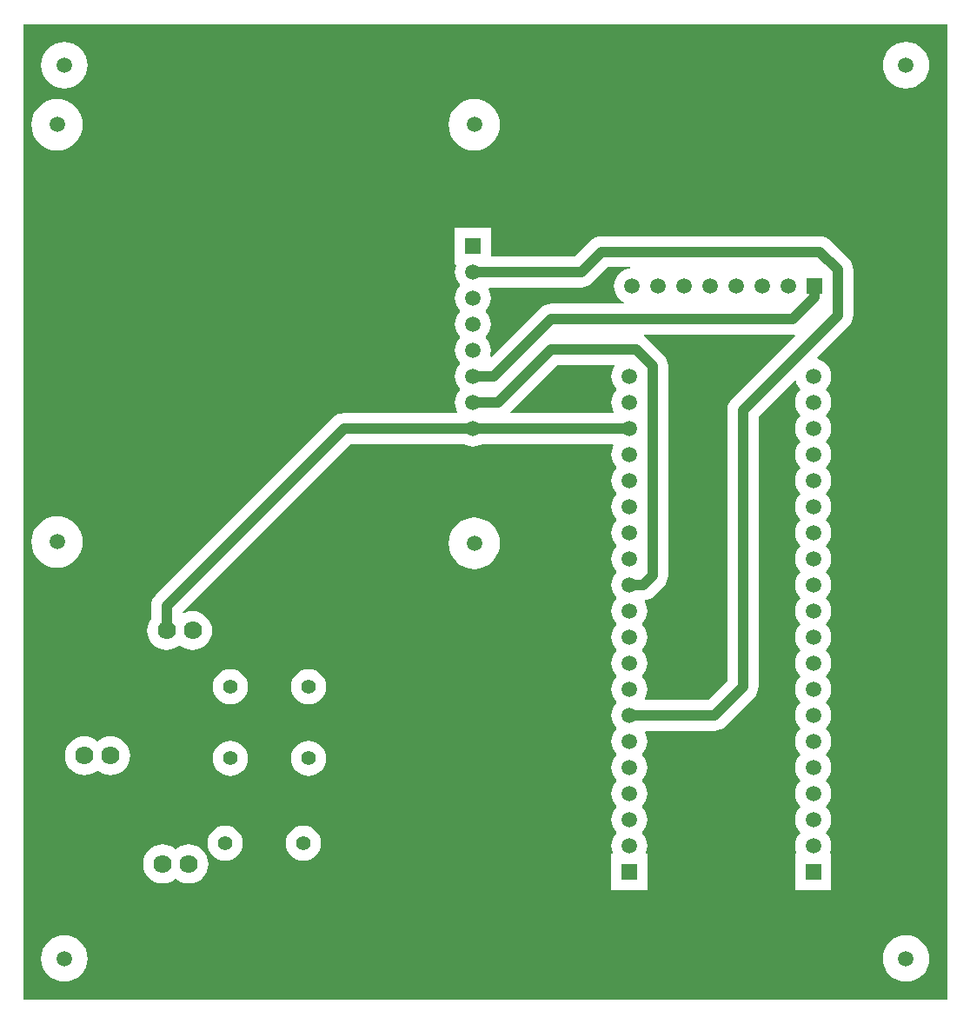
<source format=gbl>
G04*
G04 #@! TF.GenerationSoftware,Altium Limited,Altium Designer,19.0.15 (446)*
G04*
G04 Layer_Physical_Order=2*
G04 Layer_Color=16711680*
%FSLAX42Y42*%
%MOMM*%
G71*
G01*
G75*
%ADD19C,1.00*%
%ADD20C,1.50*%
%ADD21R,1.50X1.50*%
%ADD22C,1.52*%
%ADD23C,1.78*%
%ADD24C,1.40*%
%ADD25R,1.50X1.50*%
G36*
X9004Y0D02*
X0D01*
Y9500D01*
X9004D01*
Y0D01*
D02*
G37*
%LPC*%
G36*
X8600Y9326D02*
X8556Y9322D01*
X8513Y9309D01*
X8474Y9288D01*
X8440Y9260D01*
X8412Y9226D01*
X8391Y9187D01*
X8378Y9144D01*
X8374Y9100D01*
X8378Y9056D01*
X8391Y9013D01*
X8412Y8974D01*
X8440Y8940D01*
X8474Y8912D01*
X8513Y8891D01*
X8556Y8878D01*
X8600Y8874D01*
X8644Y8878D01*
X8687Y8891D01*
X8726Y8912D01*
X8760Y8940D01*
X8788Y8974D01*
X8809Y9013D01*
X8822Y9056D01*
X8826Y9100D01*
X8822Y9144D01*
X8809Y9187D01*
X8788Y9226D01*
X8760Y9260D01*
X8726Y9288D01*
X8687Y9309D01*
X8644Y9322D01*
X8600Y9326D01*
D02*
G37*
G36*
X400D02*
X356Y9322D01*
X313Y9309D01*
X274Y9288D01*
X240Y9260D01*
X212Y9226D01*
X191Y9187D01*
X178Y9144D01*
X174Y9100D01*
X178Y9056D01*
X191Y9013D01*
X212Y8974D01*
X240Y8940D01*
X274Y8912D01*
X313Y8891D01*
X356Y8878D01*
X400Y8874D01*
X444Y8878D01*
X487Y8891D01*
X526Y8912D01*
X560Y8940D01*
X588Y8974D01*
X609Y9013D01*
X622Y9056D01*
X626Y9100D01*
X622Y9144D01*
X609Y9187D01*
X588Y9226D01*
X560Y9260D01*
X526Y9288D01*
X487Y9309D01*
X444Y9322D01*
X400Y9326D01*
D02*
G37*
G36*
X4394Y8773D02*
X4345Y8768D01*
X4298Y8754D01*
X4255Y8731D01*
X4217Y8699D01*
X4185Y8661D01*
X4162Y8618D01*
X4148Y8571D01*
X4143Y8522D01*
X4148Y8473D01*
X4162Y8426D01*
X4185Y8382D01*
X4217Y8344D01*
X4255Y8313D01*
X4298Y8290D01*
X4345Y8275D01*
X4394Y8270D01*
X4443Y8275D01*
X4490Y8290D01*
X4534Y8313D01*
X4572Y8344D01*
X4603Y8382D01*
X4626Y8426D01*
X4641Y8473D01*
X4645Y8522D01*
X4641Y8571D01*
X4626Y8618D01*
X4603Y8661D01*
X4572Y8699D01*
X4534Y8731D01*
X4490Y8754D01*
X4443Y8768D01*
X4394Y8773D01*
D02*
G37*
G36*
X330D02*
X281Y8768D01*
X234Y8754D01*
X191Y8731D01*
X153Y8699D01*
X121Y8661D01*
X98Y8618D01*
X84Y8571D01*
X79Y8522D01*
X84Y8473D01*
X98Y8426D01*
X121Y8382D01*
X153Y8344D01*
X191Y8313D01*
X234Y8290D01*
X281Y8275D01*
X330Y8270D01*
X379Y8275D01*
X426Y8290D01*
X470Y8313D01*
X508Y8344D01*
X539Y8382D01*
X562Y8426D01*
X577Y8473D01*
X581Y8522D01*
X577Y8571D01*
X562Y8618D01*
X539Y8661D01*
X508Y8699D01*
X470Y8731D01*
X426Y8754D01*
X379Y8768D01*
X330Y8773D01*
D02*
G37*
G36*
Y4709D02*
X281Y4704D01*
X234Y4690D01*
X191Y4667D01*
X153Y4635D01*
X121Y4597D01*
X98Y4554D01*
X84Y4507D01*
X79Y4458D01*
X84Y4409D01*
X98Y4362D01*
X121Y4318D01*
X153Y4280D01*
X191Y4249D01*
X234Y4226D01*
X281Y4211D01*
X330Y4206D01*
X379Y4211D01*
X426Y4226D01*
X470Y4249D01*
X508Y4280D01*
X539Y4318D01*
X562Y4362D01*
X577Y4409D01*
X581Y4458D01*
X577Y4507D01*
X562Y4554D01*
X539Y4597D01*
X508Y4635D01*
X470Y4667D01*
X426Y4690D01*
X379Y4704D01*
X330Y4709D01*
D02*
G37*
G36*
X4394Y4696D02*
X4345Y4691D01*
X4298Y4677D01*
X4255Y4654D01*
X4217Y4623D01*
X4185Y4585D01*
X4162Y4541D01*
X4148Y4494D01*
X4143Y4445D01*
X4148Y4396D01*
X4162Y4349D01*
X4185Y4305D01*
X4217Y4267D01*
X4255Y4236D01*
X4298Y4213D01*
X4345Y4199D01*
X4394Y4194D01*
X4443Y4199D01*
X4490Y4213D01*
X4534Y4236D01*
X4572Y4267D01*
X4603Y4305D01*
X4626Y4349D01*
X4641Y4396D01*
X4645Y4445D01*
X4641Y4494D01*
X4626Y4541D01*
X4603Y4585D01*
X4572Y4623D01*
X4534Y4654D01*
X4490Y4677D01*
X4443Y4691D01*
X4394Y4696D01*
D02*
G37*
G36*
X2781Y3219D02*
X2748Y3216D01*
X2716Y3206D01*
X2686Y3190D01*
X2661Y3169D01*
X2639Y3143D01*
X2623Y3113D01*
X2614Y3081D01*
X2610Y3048D01*
X2614Y3015D01*
X2623Y2983D01*
X2639Y2953D01*
X2661Y2927D01*
X2686Y2906D01*
X2716Y2890D01*
X2748Y2880D01*
X2781Y2877D01*
X2815Y2880D01*
X2847Y2890D01*
X2876Y2906D01*
X2902Y2927D01*
X2923Y2953D01*
X2939Y2983D01*
X2949Y3015D01*
X2952Y3048D01*
X2949Y3081D01*
X2939Y3113D01*
X2923Y3143D01*
X2902Y3169D01*
X2876Y3190D01*
X2847Y3206D01*
X2815Y3216D01*
X2781Y3219D01*
D02*
G37*
G36*
X2019D02*
X1986Y3216D01*
X1954Y3206D01*
X1924Y3190D01*
X1899Y3169D01*
X1877Y3143D01*
X1861Y3113D01*
X1852Y3081D01*
X1848Y3048D01*
X1852Y3015D01*
X1861Y2983D01*
X1877Y2953D01*
X1899Y2927D01*
X1924Y2906D01*
X1954Y2890D01*
X1986Y2880D01*
X2019Y2877D01*
X2053Y2880D01*
X2085Y2890D01*
X2114Y2906D01*
X2140Y2927D01*
X2161Y2953D01*
X2177Y2983D01*
X2187Y3015D01*
X2190Y3048D01*
X2187Y3081D01*
X2177Y3113D01*
X2161Y3143D01*
X2140Y3169D01*
X2114Y3190D01*
X2085Y3206D01*
X2053Y3216D01*
X2019Y3219D01*
D02*
G37*
G36*
X851Y2565D02*
X814Y2561D01*
X778Y2550D01*
X745Y2533D01*
X724Y2515D01*
X702Y2533D01*
X670Y2550D01*
X634Y2561D01*
X597Y2565D01*
X560Y2561D01*
X524Y2550D01*
X491Y2533D01*
X463Y2509D01*
X439Y2480D01*
X422Y2448D01*
X411Y2412D01*
X407Y2375D01*
X411Y2338D01*
X422Y2302D01*
X439Y2269D01*
X463Y2241D01*
X491Y2217D01*
X524Y2200D01*
X560Y2189D01*
X597Y2185D01*
X634Y2189D01*
X670Y2200D01*
X702Y2217D01*
X724Y2235D01*
X745Y2217D01*
X778Y2200D01*
X814Y2189D01*
X851Y2185D01*
X888Y2189D01*
X924Y2200D01*
X956Y2217D01*
X985Y2241D01*
X1009Y2269D01*
X1026Y2302D01*
X1037Y2338D01*
X1041Y2375D01*
X1037Y2412D01*
X1026Y2448D01*
X1009Y2480D01*
X985Y2509D01*
X956Y2533D01*
X924Y2550D01*
X888Y2561D01*
X851Y2565D01*
D02*
G37*
G36*
X2781Y2520D02*
X2748Y2517D01*
X2716Y2507D01*
X2686Y2492D01*
X2661Y2470D01*
X2639Y2444D01*
X2623Y2415D01*
X2614Y2383D01*
X2610Y2350D01*
X2614Y2316D01*
X2623Y2284D01*
X2639Y2255D01*
X2661Y2229D01*
X2686Y2207D01*
X2716Y2192D01*
X2748Y2182D01*
X2781Y2179D01*
X2815Y2182D01*
X2847Y2192D01*
X2876Y2207D01*
X2902Y2229D01*
X2923Y2255D01*
X2939Y2284D01*
X2949Y2316D01*
X2952Y2350D01*
X2949Y2383D01*
X2939Y2415D01*
X2923Y2444D01*
X2902Y2470D01*
X2876Y2492D01*
X2847Y2507D01*
X2815Y2517D01*
X2781Y2520D01*
D02*
G37*
G36*
X2019D02*
X1986Y2517D01*
X1954Y2507D01*
X1924Y2492D01*
X1899Y2470D01*
X1877Y2444D01*
X1861Y2415D01*
X1852Y2383D01*
X1848Y2350D01*
X1852Y2316D01*
X1861Y2284D01*
X1877Y2255D01*
X1899Y2229D01*
X1924Y2207D01*
X1954Y2192D01*
X1986Y2182D01*
X2019Y2179D01*
X2053Y2182D01*
X2085Y2192D01*
X2114Y2207D01*
X2140Y2229D01*
X2161Y2255D01*
X2177Y2284D01*
X2187Y2316D01*
X2190Y2350D01*
X2187Y2383D01*
X2177Y2415D01*
X2161Y2444D01*
X2140Y2470D01*
X2114Y2492D01*
X2085Y2507D01*
X2053Y2517D01*
X2019Y2520D01*
D02*
G37*
G36*
X1613Y1511D02*
X1576Y1507D01*
X1540Y1496D01*
X1507Y1479D01*
X1486Y1461D01*
X1464Y1479D01*
X1432Y1496D01*
X1396Y1507D01*
X1359Y1511D01*
X1322Y1507D01*
X1286Y1496D01*
X1253Y1479D01*
X1225Y1455D01*
X1201Y1426D01*
X1184Y1393D01*
X1173Y1358D01*
X1169Y1321D01*
X1173Y1284D01*
X1184Y1248D01*
X1201Y1215D01*
X1225Y1187D01*
X1253Y1163D01*
X1286Y1145D01*
X1322Y1135D01*
X1359Y1131D01*
X1396Y1135D01*
X1432Y1145D01*
X1464Y1163D01*
X1486Y1181D01*
X1507Y1163D01*
X1540Y1145D01*
X1576Y1135D01*
X1613Y1131D01*
X1650Y1135D01*
X1686Y1145D01*
X1718Y1163D01*
X1747Y1187D01*
X1771Y1215D01*
X1788Y1248D01*
X1799Y1284D01*
X1803Y1321D01*
X1799Y1358D01*
X1788Y1393D01*
X1771Y1426D01*
X1747Y1455D01*
X1718Y1479D01*
X1686Y1496D01*
X1650Y1507D01*
X1613Y1511D01*
D02*
G37*
G36*
X2731Y1695D02*
X2697Y1692D01*
X2665Y1682D01*
X2636Y1666D01*
X2610Y1645D01*
X2588Y1619D01*
X2573Y1589D01*
X2563Y1557D01*
X2560Y1524D01*
X2563Y1491D01*
X2573Y1459D01*
X2588Y1429D01*
X2610Y1403D01*
X2636Y1382D01*
X2665Y1366D01*
X2697Y1356D01*
X2731Y1353D01*
X2764Y1356D01*
X2796Y1366D01*
X2825Y1382D01*
X2851Y1403D01*
X2873Y1429D01*
X2888Y1459D01*
X2898Y1491D01*
X2901Y1524D01*
X2898Y1557D01*
X2888Y1589D01*
X2873Y1619D01*
X2851Y1645D01*
X2825Y1666D01*
X2796Y1682D01*
X2764Y1692D01*
X2731Y1695D01*
D02*
G37*
G36*
X1968D02*
X1935Y1692D01*
X1903Y1682D01*
X1874Y1666D01*
X1848Y1645D01*
X1826Y1619D01*
X1811Y1589D01*
X1801Y1557D01*
X1798Y1524D01*
X1801Y1491D01*
X1811Y1459D01*
X1826Y1429D01*
X1848Y1403D01*
X1874Y1382D01*
X1903Y1366D01*
X1935Y1356D01*
X1968Y1353D01*
X2002Y1356D01*
X2034Y1366D01*
X2063Y1382D01*
X2089Y1403D01*
X2111Y1429D01*
X2126Y1459D01*
X2136Y1491D01*
X2139Y1524D01*
X2136Y1557D01*
X2126Y1589D01*
X2111Y1619D01*
X2089Y1645D01*
X2063Y1666D01*
X2034Y1682D01*
X2002Y1692D01*
X1968Y1695D01*
D02*
G37*
G36*
X4556Y7516D02*
X4206D01*
Y7166D01*
X4213D01*
X4219Y7156D01*
X4219Y7153D01*
X4209Y7121D01*
X4206Y7087D01*
X4209Y7052D01*
X4219Y7019D01*
X4235Y6989D01*
X4252Y6969D01*
X4256Y6960D01*
X4252Y6950D01*
X4235Y6930D01*
X4219Y6900D01*
X4209Y6867D01*
X4206Y6833D01*
X4209Y6798D01*
X4219Y6765D01*
X4235Y6735D01*
X4252Y6715D01*
X4256Y6706D01*
X4252Y6696D01*
X4235Y6676D01*
X4219Y6646D01*
X4209Y6613D01*
X4206Y6579D01*
X4209Y6544D01*
X4219Y6511D01*
X4235Y6481D01*
X4252Y6461D01*
X4256Y6452D01*
X4252Y6442D01*
X4235Y6422D01*
X4219Y6392D01*
X4209Y6359D01*
X4206Y6325D01*
X4209Y6290D01*
X4219Y6257D01*
X4235Y6227D01*
X4252Y6207D01*
X4256Y6198D01*
X4252Y6188D01*
X4235Y6168D01*
X4219Y6138D01*
X4209Y6105D01*
X4206Y6071D01*
X4209Y6036D01*
X4219Y6003D01*
X4235Y5973D01*
X4252Y5953D01*
X4256Y5944D01*
X4252Y5934D01*
X4235Y5914D01*
X4219Y5884D01*
X4209Y5851D01*
X4206Y5817D01*
X4209Y5782D01*
X4219Y5749D01*
X4231Y5726D01*
X4224Y5713D01*
X3127D01*
X3097Y5710D01*
X3069Y5702D01*
X3043Y5688D01*
X3020Y5669D01*
X1290Y3939D01*
X1272Y3917D01*
X1258Y3891D01*
X1249Y3862D01*
X1246Y3833D01*
Y3708D01*
X1239Y3700D01*
X1222Y3667D01*
X1211Y3631D01*
X1207Y3594D01*
X1211Y3557D01*
X1222Y3521D01*
X1239Y3489D01*
X1263Y3460D01*
X1292Y3436D01*
X1324Y3419D01*
X1360Y3408D01*
X1397Y3404D01*
X1434Y3408D01*
X1470Y3419D01*
X1502Y3436D01*
X1524Y3454D01*
X1546Y3436D01*
X1578Y3419D01*
X1614Y3408D01*
X1651Y3404D01*
X1688Y3408D01*
X1724Y3419D01*
X1756Y3436D01*
X1785Y3460D01*
X1809Y3489D01*
X1826Y3521D01*
X1837Y3557D01*
X1841Y3594D01*
X1837Y3631D01*
X1826Y3667D01*
X1809Y3700D01*
X1785Y3728D01*
X1756Y3752D01*
X1724Y3769D01*
X1688Y3780D01*
X1651Y3784D01*
X1614Y3780D01*
X1578Y3769D01*
X1568Y3764D01*
X1554Y3771D01*
X1554Y3776D01*
X3189Y5412D01*
X4292D01*
X4314Y5400D01*
X4347Y5390D01*
X4381Y5387D01*
X4416Y5390D01*
X4449Y5400D01*
X4471Y5412D01*
X5748D01*
X5755Y5399D01*
X5743Y5376D01*
X5733Y5343D01*
X5730Y5309D01*
X5733Y5274D01*
X5743Y5241D01*
X5759Y5211D01*
X5776Y5191D01*
X5780Y5182D01*
X5776Y5172D01*
X5759Y5152D01*
X5743Y5122D01*
X5733Y5089D01*
X5730Y5055D01*
X5733Y5020D01*
X5743Y4987D01*
X5759Y4957D01*
X5776Y4937D01*
X5780Y4928D01*
X5776Y4918D01*
X5759Y4898D01*
X5743Y4868D01*
X5733Y4835D01*
X5730Y4801D01*
X5733Y4766D01*
X5743Y4733D01*
X5759Y4703D01*
X5776Y4683D01*
X5780Y4674D01*
X5776Y4664D01*
X5759Y4644D01*
X5743Y4614D01*
X5733Y4581D01*
X5730Y4547D01*
X5733Y4512D01*
X5743Y4479D01*
X5759Y4449D01*
X5776Y4429D01*
X5780Y4420D01*
X5776Y4410D01*
X5759Y4390D01*
X5743Y4360D01*
X5733Y4327D01*
X5730Y4293D01*
X5733Y4258D01*
X5743Y4225D01*
X5759Y4195D01*
X5776Y4175D01*
X5780Y4166D01*
X5776Y4156D01*
X5759Y4136D01*
X5743Y4106D01*
X5733Y4073D01*
X5730Y4039D01*
X5733Y4004D01*
X5743Y3971D01*
X5759Y3941D01*
X5776Y3921D01*
X5780Y3912D01*
X5776Y3902D01*
X5759Y3882D01*
X5743Y3852D01*
X5733Y3819D01*
X5730Y3785D01*
X5733Y3750D01*
X5743Y3717D01*
X5759Y3687D01*
X5776Y3667D01*
X5780Y3658D01*
X5776Y3648D01*
X5759Y3628D01*
X5743Y3598D01*
X5733Y3565D01*
X5730Y3531D01*
X5733Y3496D01*
X5743Y3463D01*
X5759Y3433D01*
X5776Y3413D01*
X5780Y3404D01*
X5776Y3394D01*
X5759Y3374D01*
X5743Y3344D01*
X5733Y3311D01*
X5730Y3277D01*
X5733Y3242D01*
X5743Y3209D01*
X5759Y3179D01*
X5776Y3159D01*
X5780Y3150D01*
X5776Y3140D01*
X5759Y3120D01*
X5743Y3090D01*
X5733Y3057D01*
X5730Y3023D01*
X5733Y2988D01*
X5743Y2955D01*
X5759Y2925D01*
X5776Y2905D01*
X5780Y2896D01*
X5776Y2886D01*
X5759Y2866D01*
X5743Y2836D01*
X5733Y2803D01*
X5730Y2769D01*
X5733Y2734D01*
X5743Y2701D01*
X5759Y2671D01*
X5776Y2651D01*
X5780Y2642D01*
X5776Y2632D01*
X5759Y2612D01*
X5743Y2582D01*
X5733Y2549D01*
X5730Y2515D01*
X5733Y2480D01*
X5743Y2447D01*
X5759Y2417D01*
X5776Y2397D01*
X5780Y2388D01*
X5776Y2378D01*
X5759Y2358D01*
X5743Y2328D01*
X5733Y2295D01*
X5730Y2261D01*
X5733Y2226D01*
X5743Y2193D01*
X5759Y2163D01*
X5776Y2143D01*
X5780Y2134D01*
X5776Y2124D01*
X5759Y2104D01*
X5743Y2074D01*
X5733Y2041D01*
X5730Y2007D01*
X5733Y1972D01*
X5743Y1939D01*
X5759Y1909D01*
X5776Y1889D01*
X5780Y1880D01*
X5776Y1870D01*
X5759Y1850D01*
X5743Y1820D01*
X5733Y1787D01*
X5730Y1753D01*
X5733Y1718D01*
X5743Y1685D01*
X5759Y1655D01*
X5776Y1635D01*
X5780Y1626D01*
X5776Y1616D01*
X5759Y1596D01*
X5743Y1566D01*
X5733Y1533D01*
X5730Y1499D01*
X5733Y1464D01*
X5743Y1432D01*
X5743Y1429D01*
X5737Y1420D01*
X5731D01*
Y1070D01*
X6081D01*
Y1420D01*
X6074D01*
X6068Y1429D01*
X6068Y1432D01*
X6078Y1464D01*
X6081Y1499D01*
X6078Y1533D01*
X6068Y1566D01*
X6052Y1596D01*
X6035Y1616D01*
X6031Y1626D01*
X6035Y1635D01*
X6052Y1655D01*
X6068Y1685D01*
X6078Y1718D01*
X6081Y1753D01*
X6078Y1787D01*
X6068Y1820D01*
X6052Y1850D01*
X6035Y1870D01*
X6031Y1880D01*
X6035Y1889D01*
X6052Y1909D01*
X6068Y1939D01*
X6078Y1972D01*
X6081Y2007D01*
X6078Y2041D01*
X6068Y2074D01*
X6052Y2104D01*
X6035Y2124D01*
X6031Y2134D01*
X6035Y2143D01*
X6052Y2163D01*
X6068Y2193D01*
X6078Y2226D01*
X6081Y2261D01*
X6078Y2295D01*
X6068Y2328D01*
X6052Y2358D01*
X6035Y2378D01*
X6031Y2388D01*
X6035Y2397D01*
X6052Y2417D01*
X6068Y2447D01*
X6078Y2480D01*
X6081Y2515D01*
X6078Y2549D01*
X6068Y2582D01*
X6056Y2605D01*
X6063Y2618D01*
X6734D01*
X6763Y2621D01*
X6791Y2629D01*
X6817Y2643D01*
X6840Y2662D01*
X7120Y2941D01*
X7138Y2964D01*
X7152Y2990D01*
X7161Y3019D01*
X7164Y3048D01*
Y5681D01*
X7513Y6029D01*
X7527Y6026D01*
X7534Y6003D01*
X7550Y5973D01*
X7566Y5953D01*
X7571Y5944D01*
X7566Y5934D01*
X7550Y5914D01*
X7534Y5884D01*
X7524Y5851D01*
X7520Y5817D01*
X7524Y5782D01*
X7534Y5749D01*
X7550Y5719D01*
X7566Y5699D01*
X7571Y5690D01*
X7566Y5680D01*
X7550Y5660D01*
X7534Y5630D01*
X7524Y5597D01*
X7520Y5563D01*
X7524Y5528D01*
X7534Y5495D01*
X7550Y5465D01*
X7566Y5445D01*
X7571Y5436D01*
X7566Y5426D01*
X7550Y5406D01*
X7534Y5376D01*
X7524Y5343D01*
X7520Y5309D01*
X7524Y5274D01*
X7534Y5241D01*
X7550Y5211D01*
X7566Y5191D01*
X7571Y5182D01*
X7566Y5172D01*
X7550Y5152D01*
X7534Y5122D01*
X7524Y5089D01*
X7520Y5055D01*
X7524Y5020D01*
X7534Y4987D01*
X7550Y4957D01*
X7566Y4937D01*
X7571Y4928D01*
X7566Y4918D01*
X7550Y4898D01*
X7534Y4868D01*
X7524Y4835D01*
X7520Y4801D01*
X7524Y4766D01*
X7534Y4733D01*
X7550Y4703D01*
X7566Y4683D01*
X7571Y4674D01*
X7566Y4664D01*
X7550Y4644D01*
X7534Y4614D01*
X7524Y4581D01*
X7520Y4547D01*
X7524Y4512D01*
X7534Y4479D01*
X7550Y4449D01*
X7566Y4429D01*
X7571Y4420D01*
X7566Y4410D01*
X7550Y4390D01*
X7534Y4360D01*
X7524Y4327D01*
X7520Y4293D01*
X7524Y4258D01*
X7534Y4225D01*
X7550Y4195D01*
X7566Y4175D01*
X7571Y4166D01*
X7566Y4156D01*
X7550Y4136D01*
X7534Y4106D01*
X7524Y4073D01*
X7520Y4039D01*
X7524Y4004D01*
X7534Y3971D01*
X7550Y3941D01*
X7566Y3921D01*
X7571Y3912D01*
X7566Y3902D01*
X7550Y3882D01*
X7534Y3852D01*
X7524Y3819D01*
X7520Y3785D01*
X7524Y3750D01*
X7534Y3717D01*
X7550Y3687D01*
X7566Y3667D01*
X7571Y3658D01*
X7566Y3648D01*
X7550Y3628D01*
X7534Y3598D01*
X7524Y3565D01*
X7520Y3531D01*
X7524Y3496D01*
X7534Y3463D01*
X7550Y3433D01*
X7566Y3413D01*
X7571Y3404D01*
X7566Y3394D01*
X7550Y3374D01*
X7534Y3344D01*
X7524Y3311D01*
X7520Y3277D01*
X7524Y3242D01*
X7534Y3209D01*
X7550Y3179D01*
X7566Y3159D01*
X7571Y3150D01*
X7566Y3140D01*
X7550Y3120D01*
X7534Y3090D01*
X7524Y3057D01*
X7520Y3023D01*
X7524Y2988D01*
X7534Y2955D01*
X7550Y2925D01*
X7566Y2905D01*
X7571Y2896D01*
X7566Y2886D01*
X7550Y2866D01*
X7534Y2836D01*
X7524Y2803D01*
X7520Y2769D01*
X7524Y2734D01*
X7534Y2701D01*
X7550Y2671D01*
X7566Y2651D01*
X7571Y2642D01*
X7566Y2632D01*
X7550Y2612D01*
X7534Y2582D01*
X7524Y2549D01*
X7520Y2515D01*
X7524Y2480D01*
X7534Y2447D01*
X7550Y2417D01*
X7566Y2397D01*
X7571Y2388D01*
X7566Y2378D01*
X7550Y2358D01*
X7534Y2328D01*
X7524Y2295D01*
X7520Y2261D01*
X7524Y2226D01*
X7534Y2193D01*
X7550Y2163D01*
X7566Y2143D01*
X7571Y2134D01*
X7566Y2124D01*
X7550Y2104D01*
X7534Y2074D01*
X7524Y2041D01*
X7520Y2007D01*
X7524Y1972D01*
X7534Y1939D01*
X7550Y1909D01*
X7566Y1889D01*
X7571Y1880D01*
X7566Y1870D01*
X7550Y1850D01*
X7534Y1820D01*
X7524Y1787D01*
X7520Y1753D01*
X7524Y1718D01*
X7534Y1685D01*
X7550Y1655D01*
X7566Y1635D01*
X7571Y1626D01*
X7566Y1616D01*
X7550Y1596D01*
X7534Y1566D01*
X7524Y1533D01*
X7520Y1499D01*
X7524Y1464D01*
X7533Y1432D01*
X7533Y1429D01*
X7528Y1420D01*
X7521D01*
Y1070D01*
X7871D01*
Y1420D01*
X7865D01*
X7859Y1429D01*
X7859Y1432D01*
X7869Y1464D01*
X7872Y1499D01*
X7869Y1533D01*
X7859Y1566D01*
X7842Y1596D01*
X7826Y1616D01*
X7822Y1626D01*
X7826Y1635D01*
X7842Y1655D01*
X7859Y1685D01*
X7869Y1718D01*
X7872Y1753D01*
X7869Y1787D01*
X7859Y1820D01*
X7842Y1850D01*
X7826Y1870D01*
X7822Y1880D01*
X7826Y1889D01*
X7842Y1909D01*
X7859Y1939D01*
X7869Y1972D01*
X7872Y2007D01*
X7869Y2041D01*
X7859Y2074D01*
X7842Y2104D01*
X7826Y2124D01*
X7822Y2134D01*
X7826Y2143D01*
X7842Y2163D01*
X7859Y2193D01*
X7869Y2226D01*
X7872Y2261D01*
X7869Y2295D01*
X7859Y2328D01*
X7842Y2358D01*
X7826Y2378D01*
X7822Y2388D01*
X7826Y2397D01*
X7842Y2417D01*
X7859Y2447D01*
X7869Y2480D01*
X7872Y2515D01*
X7869Y2549D01*
X7859Y2582D01*
X7842Y2612D01*
X7826Y2632D01*
X7822Y2642D01*
X7826Y2651D01*
X7842Y2671D01*
X7859Y2701D01*
X7869Y2734D01*
X7872Y2769D01*
X7869Y2803D01*
X7859Y2836D01*
X7842Y2866D01*
X7826Y2886D01*
X7822Y2896D01*
X7826Y2905D01*
X7842Y2925D01*
X7859Y2955D01*
X7869Y2988D01*
X7872Y3023D01*
X7869Y3057D01*
X7859Y3090D01*
X7842Y3120D01*
X7826Y3140D01*
X7822Y3150D01*
X7826Y3159D01*
X7842Y3179D01*
X7859Y3209D01*
X7869Y3242D01*
X7872Y3277D01*
X7869Y3311D01*
X7859Y3344D01*
X7842Y3374D01*
X7826Y3394D01*
X7822Y3404D01*
X7826Y3413D01*
X7842Y3433D01*
X7859Y3463D01*
X7869Y3496D01*
X7872Y3531D01*
X7869Y3565D01*
X7859Y3598D01*
X7842Y3628D01*
X7826Y3648D01*
X7822Y3658D01*
X7826Y3667D01*
X7842Y3687D01*
X7859Y3717D01*
X7869Y3750D01*
X7872Y3785D01*
X7869Y3819D01*
X7859Y3852D01*
X7842Y3882D01*
X7826Y3902D01*
X7822Y3912D01*
X7826Y3921D01*
X7842Y3941D01*
X7859Y3971D01*
X7869Y4004D01*
X7872Y4039D01*
X7869Y4073D01*
X7859Y4106D01*
X7842Y4136D01*
X7826Y4156D01*
X7822Y4166D01*
X7826Y4175D01*
X7842Y4195D01*
X7859Y4225D01*
X7869Y4258D01*
X7872Y4293D01*
X7869Y4327D01*
X7859Y4360D01*
X7842Y4390D01*
X7826Y4410D01*
X7822Y4420D01*
X7826Y4429D01*
X7842Y4449D01*
X7859Y4479D01*
X7869Y4512D01*
X7872Y4547D01*
X7869Y4581D01*
X7859Y4614D01*
X7842Y4644D01*
X7826Y4664D01*
X7822Y4674D01*
X7826Y4683D01*
X7842Y4703D01*
X7859Y4733D01*
X7869Y4766D01*
X7872Y4801D01*
X7869Y4835D01*
X7859Y4868D01*
X7842Y4898D01*
X7826Y4918D01*
X7822Y4928D01*
X7826Y4937D01*
X7842Y4957D01*
X7859Y4987D01*
X7869Y5020D01*
X7872Y5055D01*
X7869Y5089D01*
X7859Y5122D01*
X7842Y5152D01*
X7826Y5172D01*
X7822Y5182D01*
X7826Y5191D01*
X7842Y5211D01*
X7859Y5241D01*
X7869Y5274D01*
X7872Y5309D01*
X7869Y5343D01*
X7859Y5376D01*
X7842Y5406D01*
X7826Y5426D01*
X7822Y5436D01*
X7826Y5445D01*
X7842Y5465D01*
X7859Y5495D01*
X7869Y5528D01*
X7872Y5563D01*
X7869Y5597D01*
X7859Y5630D01*
X7842Y5660D01*
X7826Y5680D01*
X7822Y5690D01*
X7826Y5699D01*
X7842Y5719D01*
X7859Y5749D01*
X7869Y5782D01*
X7872Y5817D01*
X7869Y5851D01*
X7859Y5884D01*
X7842Y5914D01*
X7826Y5934D01*
X7822Y5944D01*
X7826Y5953D01*
X7842Y5973D01*
X7859Y6003D01*
X7869Y6036D01*
X7872Y6071D01*
X7869Y6105D01*
X7859Y6138D01*
X7842Y6168D01*
X7821Y6195D01*
X7794Y6217D01*
X7763Y6233D01*
X7741Y6240D01*
X7737Y6254D01*
X8042Y6558D01*
X8060Y6581D01*
X8074Y6607D01*
X8083Y6636D01*
X8086Y6665D01*
Y7112D01*
X8083Y7141D01*
X8074Y7170D01*
X8060Y7196D01*
X8042Y7219D01*
X7869Y7391D01*
X7846Y7410D01*
X7820Y7424D01*
X7792Y7433D01*
X7762Y7435D01*
X5634D01*
X5634Y7435D01*
X5604Y7433D01*
X5576Y7424D01*
X5550Y7410D01*
X5527Y7391D01*
X5373Y7237D01*
X4556D01*
Y7516D01*
D02*
G37*
G36*
X8600Y626D02*
X8556Y622D01*
X8513Y609D01*
X8474Y588D01*
X8440Y560D01*
X8412Y526D01*
X8391Y487D01*
X8378Y444D01*
X8374Y400D01*
X8378Y356D01*
X8391Y313D01*
X8412Y274D01*
X8440Y240D01*
X8474Y212D01*
X8513Y191D01*
X8556Y178D01*
X8600Y174D01*
X8644Y178D01*
X8687Y191D01*
X8726Y212D01*
X8760Y240D01*
X8788Y274D01*
X8809Y313D01*
X8822Y356D01*
X8826Y400D01*
X8822Y444D01*
X8809Y487D01*
X8788Y526D01*
X8760Y560D01*
X8726Y588D01*
X8687Y609D01*
X8644Y622D01*
X8600Y626D01*
D02*
G37*
G36*
X400D02*
X356Y622D01*
X313Y609D01*
X274Y588D01*
X240Y560D01*
X212Y526D01*
X191Y487D01*
X178Y444D01*
X174Y400D01*
X178Y356D01*
X191Y313D01*
X212Y274D01*
X240Y240D01*
X274Y212D01*
X313Y191D01*
X356Y178D01*
X400Y174D01*
X444Y178D01*
X487Y191D01*
X526Y212D01*
X560Y240D01*
X588Y274D01*
X609Y313D01*
X622Y356D01*
X626Y400D01*
X622Y444D01*
X609Y487D01*
X588Y526D01*
X560Y560D01*
X526Y588D01*
X487Y609D01*
X444Y622D01*
X400Y626D01*
D02*
G37*
%LPD*%
G36*
X5916Y7121D02*
X5897Y7119D01*
X5864Y7109D01*
X5833Y7093D01*
X5807Y7071D01*
X5785Y7045D01*
X5768Y7014D01*
X5758Y6981D01*
X5755Y6947D01*
X5758Y6913D01*
X5768Y6880D01*
X5785Y6849D01*
X5807Y6823D01*
X5833Y6801D01*
X5853Y6790D01*
X5849Y6778D01*
X5144D01*
X5114Y6775D01*
X5086Y6766D01*
X5060Y6752D01*
X5037Y6733D01*
X4558Y6255D01*
X4557Y6255D01*
X4548Y6270D01*
X4554Y6290D01*
X4557Y6325D01*
X4554Y6359D01*
X4544Y6392D01*
X4528Y6422D01*
X4511Y6442D01*
X4507Y6452D01*
X4511Y6461D01*
X4528Y6481D01*
X4544Y6511D01*
X4554Y6544D01*
X4557Y6579D01*
X4554Y6613D01*
X4544Y6646D01*
X4528Y6676D01*
X4511Y6696D01*
X4507Y6706D01*
X4511Y6715D01*
X4528Y6735D01*
X4544Y6765D01*
X4554Y6798D01*
X4557Y6833D01*
X4554Y6867D01*
X4544Y6900D01*
X4532Y6923D01*
X4539Y6936D01*
X5436D01*
X5465Y6939D01*
X5493Y6947D01*
X5519Y6961D01*
X5542Y6980D01*
X5696Y7134D01*
X5916D01*
X5916Y7121D01*
D02*
G37*
G36*
X5763Y6173D02*
X5759Y6168D01*
X5743Y6138D01*
X5733Y6105D01*
X5730Y6071D01*
X5733Y6036D01*
X5743Y6003D01*
X5759Y5973D01*
X5776Y5953D01*
X5780Y5944D01*
X5776Y5934D01*
X5759Y5914D01*
X5743Y5884D01*
X5733Y5851D01*
X5730Y5817D01*
X5733Y5782D01*
X5743Y5749D01*
X5755Y5726D01*
X5748Y5713D01*
X4752D01*
X4747Y5725D01*
X5206Y6184D01*
X5757D01*
X5763Y6173D01*
D02*
G37*
G36*
X7523Y6466D02*
X6906Y5850D01*
X6888Y5827D01*
X6874Y5801D01*
X6865Y5772D01*
X6862Y5743D01*
Y3110D01*
X6671Y2919D01*
X6063D01*
X6056Y2932D01*
X6068Y2955D01*
X6078Y2988D01*
X6081Y3023D01*
X6078Y3057D01*
X6068Y3090D01*
X6052Y3120D01*
X6035Y3140D01*
X6031Y3150D01*
X6035Y3159D01*
X6052Y3179D01*
X6068Y3209D01*
X6078Y3242D01*
X6081Y3277D01*
X6078Y3311D01*
X6068Y3344D01*
X6052Y3374D01*
X6035Y3394D01*
X6031Y3404D01*
X6035Y3413D01*
X6052Y3433D01*
X6068Y3463D01*
X6078Y3496D01*
X6081Y3531D01*
X6078Y3565D01*
X6068Y3598D01*
X6052Y3628D01*
X6035Y3648D01*
X6031Y3658D01*
X6035Y3667D01*
X6052Y3687D01*
X6068Y3717D01*
X6078Y3750D01*
X6081Y3785D01*
X6078Y3819D01*
X6068Y3852D01*
X6055Y3876D01*
X6061Y3890D01*
X6072Y3891D01*
X6100Y3899D01*
X6126Y3913D01*
X6149Y3932D01*
X6238Y4021D01*
X6257Y4044D01*
X6271Y4070D01*
X6279Y4098D01*
X6282Y4128D01*
Y6172D01*
X6279Y6202D01*
X6271Y6230D01*
X6257Y6256D01*
X6238Y6279D01*
X6076Y6441D01*
X6053Y6460D01*
X6046Y6463D01*
X6050Y6476D01*
X7493D01*
X7517Y6479D01*
X7523Y6466D01*
D02*
G37*
D19*
X1397Y3594D02*
Y3833D01*
X3127Y5563D01*
X4381D01*
Y7087D02*
X5436D01*
X5634Y7285D01*
X7762D01*
X7935Y7112D01*
Y6665D02*
Y7112D01*
X7013Y5743D02*
X7935Y6665D01*
X7013Y3048D02*
Y5743D01*
X6734Y2769D02*
X7013Y3048D01*
X5906Y2769D02*
X6734D01*
X4381Y6071D02*
X4587D01*
X5144Y6627D01*
X7493D01*
X7709Y6843D01*
Y6947D01*
X4381Y5817D02*
X4625D01*
X5144Y6335D01*
X5969D01*
X6132Y6172D01*
Y4128D02*
Y6172D01*
X6043Y4039D02*
X6132Y4128D01*
X5906Y4039D02*
X6043D01*
X4381Y5563D02*
X5906D01*
D20*
X7696Y6071D02*
D03*
Y5817D02*
D03*
Y5563D02*
D03*
Y5309D02*
D03*
Y5055D02*
D03*
Y4801D02*
D03*
Y4547D02*
D03*
Y4293D02*
D03*
Y4039D02*
D03*
Y3785D02*
D03*
Y3531D02*
D03*
Y3277D02*
D03*
Y3023D02*
D03*
Y2769D02*
D03*
Y2515D02*
D03*
Y2261D02*
D03*
Y2007D02*
D03*
Y1753D02*
D03*
Y1499D02*
D03*
X5906D02*
D03*
Y1753D02*
D03*
Y2007D02*
D03*
Y2261D02*
D03*
Y2515D02*
D03*
Y2769D02*
D03*
Y3023D02*
D03*
Y3277D02*
D03*
Y3531D02*
D03*
Y3785D02*
D03*
Y4039D02*
D03*
Y4293D02*
D03*
Y4547D02*
D03*
Y4801D02*
D03*
Y5055D02*
D03*
Y5309D02*
D03*
Y5563D02*
D03*
Y5817D02*
D03*
Y6071D02*
D03*
X7455Y6947D02*
D03*
X7201D02*
D03*
X6947D02*
D03*
X6693D02*
D03*
X6439D02*
D03*
X6185D02*
D03*
X5931D02*
D03*
X4381Y7087D02*
D03*
Y6833D02*
D03*
Y6579D02*
D03*
Y6325D02*
D03*
Y6071D02*
D03*
Y5817D02*
D03*
Y5563D02*
D03*
D21*
X7696Y1245D02*
D03*
X5906D02*
D03*
X4381Y7341D02*
D03*
D22*
X4394Y4445D02*
D03*
Y8522D02*
D03*
X330Y4458D02*
D03*
Y8522D02*
D03*
X400Y9100D02*
D03*
X8600D02*
D03*
Y400D02*
D03*
X400D02*
D03*
D23*
X597Y2375D02*
D03*
X851D02*
D03*
X1613Y1321D02*
D03*
X1359D02*
D03*
X1651Y3594D02*
D03*
X1397D02*
D03*
D24*
X1968Y1524D02*
D03*
X2731D02*
D03*
X2019Y2350D02*
D03*
X2781D02*
D03*
X2019Y3048D02*
D03*
X2781D02*
D03*
D25*
X7709Y6947D02*
D03*
M02*

</source>
